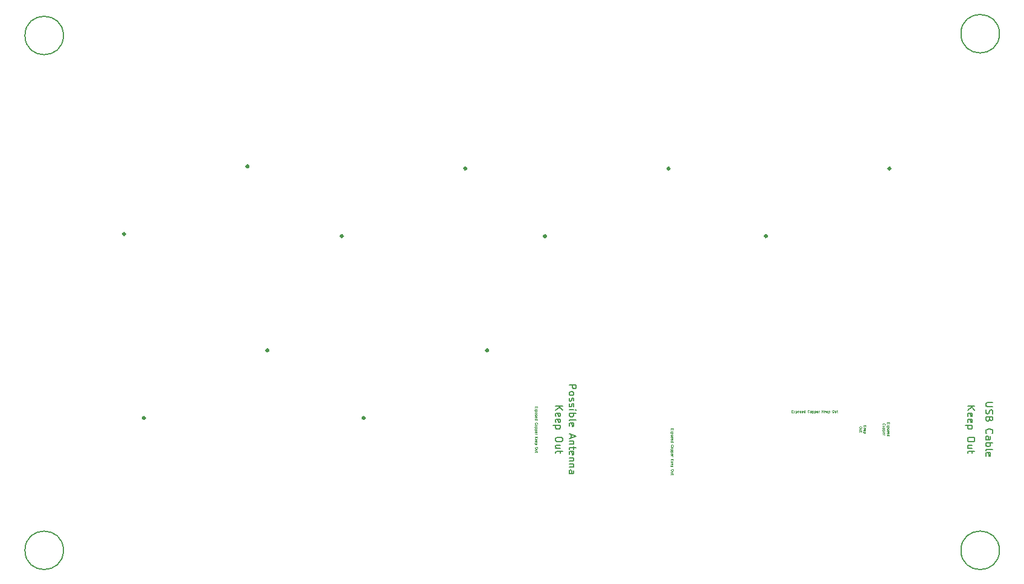
<source format=gbr>
%TF.GenerationSoftware,KiCad,Pcbnew,8.0.1*%
%TF.CreationDate,2025-02-20T00:44:50-08:00*%
%TF.ProjectId,tty2040,74747932-3034-4302-9e6b-696361645f70,a*%
%TF.SameCoordinates,Original*%
%TF.FileFunction,Other,Comment*%
%FSLAX46Y46*%
G04 Gerber Fmt 4.6, Leading zero omitted, Abs format (unit mm)*
G04 Created by KiCad (PCBNEW 8.0.1) date 2025-02-20 00:44:50*
%MOMM*%
%LPD*%
G01*
G04 APERTURE LIST*
%ADD10C,0.050000*%
%ADD11C,0.150000*%
%ADD12C,0.300000*%
G04 APERTURE END LIST*
D10*
X201640494Y-118563586D02*
X201640494Y-118674686D01*
X201465908Y-118722300D02*
X201465908Y-118563586D01*
X201465908Y-118563586D02*
X201799208Y-118563586D01*
X201799208Y-118563586D02*
X201799208Y-118722300D01*
X201465908Y-118833400D02*
X201688108Y-119007986D01*
X201688108Y-118833400D02*
X201465908Y-119007986D01*
X201688108Y-119134957D02*
X201354808Y-119134957D01*
X201672237Y-119134957D02*
X201688108Y-119166700D01*
X201688108Y-119166700D02*
X201688108Y-119230185D01*
X201688108Y-119230185D02*
X201672237Y-119261928D01*
X201672237Y-119261928D02*
X201656365Y-119277800D01*
X201656365Y-119277800D02*
X201624622Y-119293671D01*
X201624622Y-119293671D02*
X201529394Y-119293671D01*
X201529394Y-119293671D02*
X201497651Y-119277800D01*
X201497651Y-119277800D02*
X201481780Y-119261928D01*
X201481780Y-119261928D02*
X201465908Y-119230185D01*
X201465908Y-119230185D02*
X201465908Y-119166700D01*
X201465908Y-119166700D02*
X201481780Y-119134957D01*
X201465908Y-119484128D02*
X201481780Y-119452385D01*
X201481780Y-119452385D02*
X201497651Y-119436514D01*
X201497651Y-119436514D02*
X201529394Y-119420642D01*
X201529394Y-119420642D02*
X201624622Y-119420642D01*
X201624622Y-119420642D02*
X201656365Y-119436514D01*
X201656365Y-119436514D02*
X201672237Y-119452385D01*
X201672237Y-119452385D02*
X201688108Y-119484128D01*
X201688108Y-119484128D02*
X201688108Y-119531742D01*
X201688108Y-119531742D02*
X201672237Y-119563485D01*
X201672237Y-119563485D02*
X201656365Y-119579357D01*
X201656365Y-119579357D02*
X201624622Y-119595228D01*
X201624622Y-119595228D02*
X201529394Y-119595228D01*
X201529394Y-119595228D02*
X201497651Y-119579357D01*
X201497651Y-119579357D02*
X201481780Y-119563485D01*
X201481780Y-119563485D02*
X201465908Y-119531742D01*
X201465908Y-119531742D02*
X201465908Y-119484128D01*
X201481780Y-119722199D02*
X201465908Y-119753942D01*
X201465908Y-119753942D02*
X201465908Y-119817428D01*
X201465908Y-119817428D02*
X201481780Y-119849171D01*
X201481780Y-119849171D02*
X201513522Y-119865042D01*
X201513522Y-119865042D02*
X201529394Y-119865042D01*
X201529394Y-119865042D02*
X201561137Y-119849171D01*
X201561137Y-119849171D02*
X201577008Y-119817428D01*
X201577008Y-119817428D02*
X201577008Y-119769814D01*
X201577008Y-119769814D02*
X201592880Y-119738071D01*
X201592880Y-119738071D02*
X201624622Y-119722199D01*
X201624622Y-119722199D02*
X201640494Y-119722199D01*
X201640494Y-119722199D02*
X201672237Y-119738071D01*
X201672237Y-119738071D02*
X201688108Y-119769814D01*
X201688108Y-119769814D02*
X201688108Y-119817428D01*
X201688108Y-119817428D02*
X201672237Y-119849171D01*
X201481780Y-120134856D02*
X201465908Y-120103113D01*
X201465908Y-120103113D02*
X201465908Y-120039628D01*
X201465908Y-120039628D02*
X201481780Y-120007885D01*
X201481780Y-120007885D02*
X201513522Y-119992013D01*
X201513522Y-119992013D02*
X201640494Y-119992013D01*
X201640494Y-119992013D02*
X201672237Y-120007885D01*
X201672237Y-120007885D02*
X201688108Y-120039628D01*
X201688108Y-120039628D02*
X201688108Y-120103113D01*
X201688108Y-120103113D02*
X201672237Y-120134856D01*
X201672237Y-120134856D02*
X201640494Y-120150728D01*
X201640494Y-120150728D02*
X201608751Y-120150728D01*
X201608751Y-120150728D02*
X201577008Y-119992013D01*
X201465908Y-120436414D02*
X201799208Y-120436414D01*
X201481780Y-120436414D02*
X201465908Y-120404671D01*
X201465908Y-120404671D02*
X201465908Y-120341185D01*
X201465908Y-120341185D02*
X201481780Y-120309442D01*
X201481780Y-120309442D02*
X201497651Y-120293571D01*
X201497651Y-120293571D02*
X201529394Y-120277699D01*
X201529394Y-120277699D02*
X201624622Y-120277699D01*
X201624622Y-120277699D02*
X201656365Y-120293571D01*
X201656365Y-120293571D02*
X201672237Y-120309442D01*
X201672237Y-120309442D02*
X201688108Y-120341185D01*
X201688108Y-120341185D02*
X201688108Y-120404671D01*
X201688108Y-120404671D02*
X201672237Y-120436414D01*
D11*
X156860180Y-113261904D02*
X157860180Y-113261904D01*
X157860180Y-113261904D02*
X157860180Y-113642856D01*
X157860180Y-113642856D02*
X157812561Y-113738094D01*
X157812561Y-113738094D02*
X157764942Y-113785713D01*
X157764942Y-113785713D02*
X157669704Y-113833332D01*
X157669704Y-113833332D02*
X157526847Y-113833332D01*
X157526847Y-113833332D02*
X157431609Y-113785713D01*
X157431609Y-113785713D02*
X157383990Y-113738094D01*
X157383990Y-113738094D02*
X157336371Y-113642856D01*
X157336371Y-113642856D02*
X157336371Y-113261904D01*
X156860180Y-114404761D02*
X156907800Y-114309523D01*
X156907800Y-114309523D02*
X156955419Y-114261904D01*
X156955419Y-114261904D02*
X157050657Y-114214285D01*
X157050657Y-114214285D02*
X157336371Y-114214285D01*
X157336371Y-114214285D02*
X157431609Y-114261904D01*
X157431609Y-114261904D02*
X157479228Y-114309523D01*
X157479228Y-114309523D02*
X157526847Y-114404761D01*
X157526847Y-114404761D02*
X157526847Y-114547618D01*
X157526847Y-114547618D02*
X157479228Y-114642856D01*
X157479228Y-114642856D02*
X157431609Y-114690475D01*
X157431609Y-114690475D02*
X157336371Y-114738094D01*
X157336371Y-114738094D02*
X157050657Y-114738094D01*
X157050657Y-114738094D02*
X156955419Y-114690475D01*
X156955419Y-114690475D02*
X156907800Y-114642856D01*
X156907800Y-114642856D02*
X156860180Y-114547618D01*
X156860180Y-114547618D02*
X156860180Y-114404761D01*
X156907800Y-115119047D02*
X156860180Y-115214285D01*
X156860180Y-115214285D02*
X156860180Y-115404761D01*
X156860180Y-115404761D02*
X156907800Y-115499999D01*
X156907800Y-115499999D02*
X157003038Y-115547618D01*
X157003038Y-115547618D02*
X157050657Y-115547618D01*
X157050657Y-115547618D02*
X157145895Y-115499999D01*
X157145895Y-115499999D02*
X157193514Y-115404761D01*
X157193514Y-115404761D02*
X157193514Y-115261904D01*
X157193514Y-115261904D02*
X157241133Y-115166666D01*
X157241133Y-115166666D02*
X157336371Y-115119047D01*
X157336371Y-115119047D02*
X157383990Y-115119047D01*
X157383990Y-115119047D02*
X157479228Y-115166666D01*
X157479228Y-115166666D02*
X157526847Y-115261904D01*
X157526847Y-115261904D02*
X157526847Y-115404761D01*
X157526847Y-115404761D02*
X157479228Y-115499999D01*
X156907800Y-115928571D02*
X156860180Y-116023809D01*
X156860180Y-116023809D02*
X156860180Y-116214285D01*
X156860180Y-116214285D02*
X156907800Y-116309523D01*
X156907800Y-116309523D02*
X157003038Y-116357142D01*
X157003038Y-116357142D02*
X157050657Y-116357142D01*
X157050657Y-116357142D02*
X157145895Y-116309523D01*
X157145895Y-116309523D02*
X157193514Y-116214285D01*
X157193514Y-116214285D02*
X157193514Y-116071428D01*
X157193514Y-116071428D02*
X157241133Y-115976190D01*
X157241133Y-115976190D02*
X157336371Y-115928571D01*
X157336371Y-115928571D02*
X157383990Y-115928571D01*
X157383990Y-115928571D02*
X157479228Y-115976190D01*
X157479228Y-115976190D02*
X157526847Y-116071428D01*
X157526847Y-116071428D02*
X157526847Y-116214285D01*
X157526847Y-116214285D02*
X157479228Y-116309523D01*
X156860180Y-116785714D02*
X157526847Y-116785714D01*
X157860180Y-116785714D02*
X157812561Y-116738095D01*
X157812561Y-116738095D02*
X157764942Y-116785714D01*
X157764942Y-116785714D02*
X157812561Y-116833333D01*
X157812561Y-116833333D02*
X157860180Y-116785714D01*
X157860180Y-116785714D02*
X157764942Y-116785714D01*
X156860180Y-117261904D02*
X157860180Y-117261904D01*
X157479228Y-117261904D02*
X157526847Y-117357142D01*
X157526847Y-117357142D02*
X157526847Y-117547618D01*
X157526847Y-117547618D02*
X157479228Y-117642856D01*
X157479228Y-117642856D02*
X157431609Y-117690475D01*
X157431609Y-117690475D02*
X157336371Y-117738094D01*
X157336371Y-117738094D02*
X157050657Y-117738094D01*
X157050657Y-117738094D02*
X156955419Y-117690475D01*
X156955419Y-117690475D02*
X156907800Y-117642856D01*
X156907800Y-117642856D02*
X156860180Y-117547618D01*
X156860180Y-117547618D02*
X156860180Y-117357142D01*
X156860180Y-117357142D02*
X156907800Y-117261904D01*
X156860180Y-118309523D02*
X156907800Y-118214285D01*
X156907800Y-118214285D02*
X157003038Y-118166666D01*
X157003038Y-118166666D02*
X157860180Y-118166666D01*
X156907800Y-119071428D02*
X156860180Y-118976190D01*
X156860180Y-118976190D02*
X156860180Y-118785714D01*
X156860180Y-118785714D02*
X156907800Y-118690476D01*
X156907800Y-118690476D02*
X157003038Y-118642857D01*
X157003038Y-118642857D02*
X157383990Y-118642857D01*
X157383990Y-118642857D02*
X157479228Y-118690476D01*
X157479228Y-118690476D02*
X157526847Y-118785714D01*
X157526847Y-118785714D02*
X157526847Y-118976190D01*
X157526847Y-118976190D02*
X157479228Y-119071428D01*
X157479228Y-119071428D02*
X157383990Y-119119047D01*
X157383990Y-119119047D02*
X157288752Y-119119047D01*
X157288752Y-119119047D02*
X157193514Y-118642857D01*
X157145895Y-120261905D02*
X157145895Y-120738095D01*
X156860180Y-120166667D02*
X157860180Y-120500000D01*
X157860180Y-120500000D02*
X156860180Y-120833333D01*
X157526847Y-121166667D02*
X156860180Y-121166667D01*
X157431609Y-121166667D02*
X157479228Y-121214286D01*
X157479228Y-121214286D02*
X157526847Y-121309524D01*
X157526847Y-121309524D02*
X157526847Y-121452381D01*
X157526847Y-121452381D02*
X157479228Y-121547619D01*
X157479228Y-121547619D02*
X157383990Y-121595238D01*
X157383990Y-121595238D02*
X156860180Y-121595238D01*
X157526847Y-121928572D02*
X157526847Y-122309524D01*
X157860180Y-122071429D02*
X157003038Y-122071429D01*
X157003038Y-122071429D02*
X156907800Y-122119048D01*
X156907800Y-122119048D02*
X156860180Y-122214286D01*
X156860180Y-122214286D02*
X156860180Y-122309524D01*
X156907800Y-123023810D02*
X156860180Y-122928572D01*
X156860180Y-122928572D02*
X156860180Y-122738096D01*
X156860180Y-122738096D02*
X156907800Y-122642858D01*
X156907800Y-122642858D02*
X157003038Y-122595239D01*
X157003038Y-122595239D02*
X157383990Y-122595239D01*
X157383990Y-122595239D02*
X157479228Y-122642858D01*
X157479228Y-122642858D02*
X157526847Y-122738096D01*
X157526847Y-122738096D02*
X157526847Y-122928572D01*
X157526847Y-122928572D02*
X157479228Y-123023810D01*
X157479228Y-123023810D02*
X157383990Y-123071429D01*
X157383990Y-123071429D02*
X157288752Y-123071429D01*
X157288752Y-123071429D02*
X157193514Y-122595239D01*
X157526847Y-123500001D02*
X156860180Y-123500001D01*
X157431609Y-123500001D02*
X157479228Y-123547620D01*
X157479228Y-123547620D02*
X157526847Y-123642858D01*
X157526847Y-123642858D02*
X157526847Y-123785715D01*
X157526847Y-123785715D02*
X157479228Y-123880953D01*
X157479228Y-123880953D02*
X157383990Y-123928572D01*
X157383990Y-123928572D02*
X156860180Y-123928572D01*
X157526847Y-124404763D02*
X156860180Y-124404763D01*
X157431609Y-124404763D02*
X157479228Y-124452382D01*
X157479228Y-124452382D02*
X157526847Y-124547620D01*
X157526847Y-124547620D02*
X157526847Y-124690477D01*
X157526847Y-124690477D02*
X157479228Y-124785715D01*
X157479228Y-124785715D02*
X157383990Y-124833334D01*
X157383990Y-124833334D02*
X156860180Y-124833334D01*
X156860180Y-125738096D02*
X157383990Y-125738096D01*
X157383990Y-125738096D02*
X157479228Y-125690477D01*
X157479228Y-125690477D02*
X157526847Y-125595239D01*
X157526847Y-125595239D02*
X157526847Y-125404763D01*
X157526847Y-125404763D02*
X157479228Y-125309525D01*
X156907800Y-125738096D02*
X156860180Y-125642858D01*
X156860180Y-125642858D02*
X156860180Y-125404763D01*
X156860180Y-125404763D02*
X156907800Y-125309525D01*
X156907800Y-125309525D02*
X157003038Y-125261906D01*
X157003038Y-125261906D02*
X157098276Y-125261906D01*
X157098276Y-125261906D02*
X157193514Y-125309525D01*
X157193514Y-125309525D02*
X157241133Y-125404763D01*
X157241133Y-125404763D02*
X157241133Y-125642858D01*
X157241133Y-125642858D02*
X157288752Y-125738096D01*
D10*
X200862651Y-118904821D02*
X200846780Y-118888949D01*
X200846780Y-118888949D02*
X200830908Y-118841335D01*
X200830908Y-118841335D02*
X200830908Y-118809592D01*
X200830908Y-118809592D02*
X200846780Y-118761978D01*
X200846780Y-118761978D02*
X200878522Y-118730235D01*
X200878522Y-118730235D02*
X200910265Y-118714364D01*
X200910265Y-118714364D02*
X200973751Y-118698492D01*
X200973751Y-118698492D02*
X201021365Y-118698492D01*
X201021365Y-118698492D02*
X201084851Y-118714364D01*
X201084851Y-118714364D02*
X201116594Y-118730235D01*
X201116594Y-118730235D02*
X201148337Y-118761978D01*
X201148337Y-118761978D02*
X201164208Y-118809592D01*
X201164208Y-118809592D02*
X201164208Y-118841335D01*
X201164208Y-118841335D02*
X201148337Y-118888949D01*
X201148337Y-118888949D02*
X201132465Y-118904821D01*
X200830908Y-119095278D02*
X200846780Y-119063535D01*
X200846780Y-119063535D02*
X200862651Y-119047664D01*
X200862651Y-119047664D02*
X200894394Y-119031792D01*
X200894394Y-119031792D02*
X200989622Y-119031792D01*
X200989622Y-119031792D02*
X201021365Y-119047664D01*
X201021365Y-119047664D02*
X201037237Y-119063535D01*
X201037237Y-119063535D02*
X201053108Y-119095278D01*
X201053108Y-119095278D02*
X201053108Y-119142892D01*
X201053108Y-119142892D02*
X201037237Y-119174635D01*
X201037237Y-119174635D02*
X201021365Y-119190507D01*
X201021365Y-119190507D02*
X200989622Y-119206378D01*
X200989622Y-119206378D02*
X200894394Y-119206378D01*
X200894394Y-119206378D02*
X200862651Y-119190507D01*
X200862651Y-119190507D02*
X200846780Y-119174635D01*
X200846780Y-119174635D02*
X200830908Y-119142892D01*
X200830908Y-119142892D02*
X200830908Y-119095278D01*
X201053108Y-119349221D02*
X200719808Y-119349221D01*
X201037237Y-119349221D02*
X201053108Y-119380964D01*
X201053108Y-119380964D02*
X201053108Y-119444449D01*
X201053108Y-119444449D02*
X201037237Y-119476192D01*
X201037237Y-119476192D02*
X201021365Y-119492064D01*
X201021365Y-119492064D02*
X200989622Y-119507935D01*
X200989622Y-119507935D02*
X200894394Y-119507935D01*
X200894394Y-119507935D02*
X200862651Y-119492064D01*
X200862651Y-119492064D02*
X200846780Y-119476192D01*
X200846780Y-119476192D02*
X200830908Y-119444449D01*
X200830908Y-119444449D02*
X200830908Y-119380964D01*
X200830908Y-119380964D02*
X200846780Y-119349221D01*
X201053108Y-119650778D02*
X200719808Y-119650778D01*
X201037237Y-119650778D02*
X201053108Y-119682521D01*
X201053108Y-119682521D02*
X201053108Y-119746006D01*
X201053108Y-119746006D02*
X201037237Y-119777749D01*
X201037237Y-119777749D02*
X201021365Y-119793621D01*
X201021365Y-119793621D02*
X200989622Y-119809492D01*
X200989622Y-119809492D02*
X200894394Y-119809492D01*
X200894394Y-119809492D02*
X200862651Y-119793621D01*
X200862651Y-119793621D02*
X200846780Y-119777749D01*
X200846780Y-119777749D02*
X200830908Y-119746006D01*
X200830908Y-119746006D02*
X200830908Y-119682521D01*
X200830908Y-119682521D02*
X200846780Y-119650778D01*
X200846780Y-120079306D02*
X200830908Y-120047563D01*
X200830908Y-120047563D02*
X200830908Y-119984078D01*
X200830908Y-119984078D02*
X200846780Y-119952335D01*
X200846780Y-119952335D02*
X200878522Y-119936463D01*
X200878522Y-119936463D02*
X201005494Y-119936463D01*
X201005494Y-119936463D02*
X201037237Y-119952335D01*
X201037237Y-119952335D02*
X201053108Y-119984078D01*
X201053108Y-119984078D02*
X201053108Y-120047563D01*
X201053108Y-120047563D02*
X201037237Y-120079306D01*
X201037237Y-120079306D02*
X201005494Y-120095178D01*
X201005494Y-120095178D02*
X200973751Y-120095178D01*
X200973751Y-120095178D02*
X200942008Y-119936463D01*
X200830908Y-120238021D02*
X201053108Y-120238021D01*
X200989622Y-120238021D02*
X201021365Y-120253892D01*
X201021365Y-120253892D02*
X201037237Y-120269764D01*
X201037237Y-120269764D02*
X201053108Y-120301506D01*
X201053108Y-120301506D02*
X201053108Y-120333249D01*
D11*
X154955180Y-116285714D02*
X155955180Y-116285714D01*
X154955180Y-116857142D02*
X155526609Y-116428571D01*
X155955180Y-116857142D02*
X155383752Y-116285714D01*
X155002800Y-117666666D02*
X154955180Y-117571428D01*
X154955180Y-117571428D02*
X154955180Y-117380952D01*
X154955180Y-117380952D02*
X155002800Y-117285714D01*
X155002800Y-117285714D02*
X155098038Y-117238095D01*
X155098038Y-117238095D02*
X155478990Y-117238095D01*
X155478990Y-117238095D02*
X155574228Y-117285714D01*
X155574228Y-117285714D02*
X155621847Y-117380952D01*
X155621847Y-117380952D02*
X155621847Y-117571428D01*
X155621847Y-117571428D02*
X155574228Y-117666666D01*
X155574228Y-117666666D02*
X155478990Y-117714285D01*
X155478990Y-117714285D02*
X155383752Y-117714285D01*
X155383752Y-117714285D02*
X155288514Y-117238095D01*
X155002800Y-118523809D02*
X154955180Y-118428571D01*
X154955180Y-118428571D02*
X154955180Y-118238095D01*
X154955180Y-118238095D02*
X155002800Y-118142857D01*
X155002800Y-118142857D02*
X155098038Y-118095238D01*
X155098038Y-118095238D02*
X155478990Y-118095238D01*
X155478990Y-118095238D02*
X155574228Y-118142857D01*
X155574228Y-118142857D02*
X155621847Y-118238095D01*
X155621847Y-118238095D02*
X155621847Y-118428571D01*
X155621847Y-118428571D02*
X155574228Y-118523809D01*
X155574228Y-118523809D02*
X155478990Y-118571428D01*
X155478990Y-118571428D02*
X155383752Y-118571428D01*
X155383752Y-118571428D02*
X155288514Y-118095238D01*
X155621847Y-119000000D02*
X154621847Y-119000000D01*
X155574228Y-119000000D02*
X155621847Y-119095238D01*
X155621847Y-119095238D02*
X155621847Y-119285714D01*
X155621847Y-119285714D02*
X155574228Y-119380952D01*
X155574228Y-119380952D02*
X155526609Y-119428571D01*
X155526609Y-119428571D02*
X155431371Y-119476190D01*
X155431371Y-119476190D02*
X155145657Y-119476190D01*
X155145657Y-119476190D02*
X155050419Y-119428571D01*
X155050419Y-119428571D02*
X155002800Y-119380952D01*
X155002800Y-119380952D02*
X154955180Y-119285714D01*
X154955180Y-119285714D02*
X154955180Y-119095238D01*
X154955180Y-119095238D02*
X155002800Y-119000000D01*
X155955180Y-120857143D02*
X155955180Y-121047619D01*
X155955180Y-121047619D02*
X155907561Y-121142857D01*
X155907561Y-121142857D02*
X155812323Y-121238095D01*
X155812323Y-121238095D02*
X155621847Y-121285714D01*
X155621847Y-121285714D02*
X155288514Y-121285714D01*
X155288514Y-121285714D02*
X155098038Y-121238095D01*
X155098038Y-121238095D02*
X155002800Y-121142857D01*
X155002800Y-121142857D02*
X154955180Y-121047619D01*
X154955180Y-121047619D02*
X154955180Y-120857143D01*
X154955180Y-120857143D02*
X155002800Y-120761905D01*
X155002800Y-120761905D02*
X155098038Y-120666667D01*
X155098038Y-120666667D02*
X155288514Y-120619048D01*
X155288514Y-120619048D02*
X155621847Y-120619048D01*
X155621847Y-120619048D02*
X155812323Y-120666667D01*
X155812323Y-120666667D02*
X155907561Y-120761905D01*
X155907561Y-120761905D02*
X155955180Y-120857143D01*
X155621847Y-122142857D02*
X154955180Y-122142857D01*
X155621847Y-121714286D02*
X155098038Y-121714286D01*
X155098038Y-121714286D02*
X155002800Y-121761905D01*
X155002800Y-121761905D02*
X154955180Y-121857143D01*
X154955180Y-121857143D02*
X154955180Y-122000000D01*
X154955180Y-122000000D02*
X155002800Y-122095238D01*
X155002800Y-122095238D02*
X155050419Y-122142857D01*
X155621847Y-122476191D02*
X155621847Y-122857143D01*
X155955180Y-122619048D02*
X155098038Y-122619048D01*
X155098038Y-122619048D02*
X155002800Y-122666667D01*
X155002800Y-122666667D02*
X154955180Y-122761905D01*
X154955180Y-122761905D02*
X154955180Y-122857143D01*
X216280180Y-115761904D02*
X215470657Y-115761904D01*
X215470657Y-115761904D02*
X215375419Y-115809523D01*
X215375419Y-115809523D02*
X215327800Y-115857142D01*
X215327800Y-115857142D02*
X215280180Y-115952380D01*
X215280180Y-115952380D02*
X215280180Y-116142856D01*
X215280180Y-116142856D02*
X215327800Y-116238094D01*
X215327800Y-116238094D02*
X215375419Y-116285713D01*
X215375419Y-116285713D02*
X215470657Y-116333332D01*
X215470657Y-116333332D02*
X216280180Y-116333332D01*
X215327800Y-116761904D02*
X215280180Y-116904761D01*
X215280180Y-116904761D02*
X215280180Y-117142856D01*
X215280180Y-117142856D02*
X215327800Y-117238094D01*
X215327800Y-117238094D02*
X215375419Y-117285713D01*
X215375419Y-117285713D02*
X215470657Y-117333332D01*
X215470657Y-117333332D02*
X215565895Y-117333332D01*
X215565895Y-117333332D02*
X215661133Y-117285713D01*
X215661133Y-117285713D02*
X215708752Y-117238094D01*
X215708752Y-117238094D02*
X215756371Y-117142856D01*
X215756371Y-117142856D02*
X215803990Y-116952380D01*
X215803990Y-116952380D02*
X215851609Y-116857142D01*
X215851609Y-116857142D02*
X215899228Y-116809523D01*
X215899228Y-116809523D02*
X215994466Y-116761904D01*
X215994466Y-116761904D02*
X216089704Y-116761904D01*
X216089704Y-116761904D02*
X216184942Y-116809523D01*
X216184942Y-116809523D02*
X216232561Y-116857142D01*
X216232561Y-116857142D02*
X216280180Y-116952380D01*
X216280180Y-116952380D02*
X216280180Y-117190475D01*
X216280180Y-117190475D02*
X216232561Y-117333332D01*
X215803990Y-118095237D02*
X215756371Y-118238094D01*
X215756371Y-118238094D02*
X215708752Y-118285713D01*
X215708752Y-118285713D02*
X215613514Y-118333332D01*
X215613514Y-118333332D02*
X215470657Y-118333332D01*
X215470657Y-118333332D02*
X215375419Y-118285713D01*
X215375419Y-118285713D02*
X215327800Y-118238094D01*
X215327800Y-118238094D02*
X215280180Y-118142856D01*
X215280180Y-118142856D02*
X215280180Y-117761904D01*
X215280180Y-117761904D02*
X216280180Y-117761904D01*
X216280180Y-117761904D02*
X216280180Y-118095237D01*
X216280180Y-118095237D02*
X216232561Y-118190475D01*
X216232561Y-118190475D02*
X216184942Y-118238094D01*
X216184942Y-118238094D02*
X216089704Y-118285713D01*
X216089704Y-118285713D02*
X215994466Y-118285713D01*
X215994466Y-118285713D02*
X215899228Y-118238094D01*
X215899228Y-118238094D02*
X215851609Y-118190475D01*
X215851609Y-118190475D02*
X215803990Y-118095237D01*
X215803990Y-118095237D02*
X215803990Y-117761904D01*
X215375419Y-120095237D02*
X215327800Y-120047618D01*
X215327800Y-120047618D02*
X215280180Y-119904761D01*
X215280180Y-119904761D02*
X215280180Y-119809523D01*
X215280180Y-119809523D02*
X215327800Y-119666666D01*
X215327800Y-119666666D02*
X215423038Y-119571428D01*
X215423038Y-119571428D02*
X215518276Y-119523809D01*
X215518276Y-119523809D02*
X215708752Y-119476190D01*
X215708752Y-119476190D02*
X215851609Y-119476190D01*
X215851609Y-119476190D02*
X216042085Y-119523809D01*
X216042085Y-119523809D02*
X216137323Y-119571428D01*
X216137323Y-119571428D02*
X216232561Y-119666666D01*
X216232561Y-119666666D02*
X216280180Y-119809523D01*
X216280180Y-119809523D02*
X216280180Y-119904761D01*
X216280180Y-119904761D02*
X216232561Y-120047618D01*
X216232561Y-120047618D02*
X216184942Y-120095237D01*
X215280180Y-120952380D02*
X215803990Y-120952380D01*
X215803990Y-120952380D02*
X215899228Y-120904761D01*
X215899228Y-120904761D02*
X215946847Y-120809523D01*
X215946847Y-120809523D02*
X215946847Y-120619047D01*
X215946847Y-120619047D02*
X215899228Y-120523809D01*
X215327800Y-120952380D02*
X215280180Y-120857142D01*
X215280180Y-120857142D02*
X215280180Y-120619047D01*
X215280180Y-120619047D02*
X215327800Y-120523809D01*
X215327800Y-120523809D02*
X215423038Y-120476190D01*
X215423038Y-120476190D02*
X215518276Y-120476190D01*
X215518276Y-120476190D02*
X215613514Y-120523809D01*
X215613514Y-120523809D02*
X215661133Y-120619047D01*
X215661133Y-120619047D02*
X215661133Y-120857142D01*
X215661133Y-120857142D02*
X215708752Y-120952380D01*
X215280180Y-121428571D02*
X216280180Y-121428571D01*
X215899228Y-121428571D02*
X215946847Y-121523809D01*
X215946847Y-121523809D02*
X215946847Y-121714285D01*
X215946847Y-121714285D02*
X215899228Y-121809523D01*
X215899228Y-121809523D02*
X215851609Y-121857142D01*
X215851609Y-121857142D02*
X215756371Y-121904761D01*
X215756371Y-121904761D02*
X215470657Y-121904761D01*
X215470657Y-121904761D02*
X215375419Y-121857142D01*
X215375419Y-121857142D02*
X215327800Y-121809523D01*
X215327800Y-121809523D02*
X215280180Y-121714285D01*
X215280180Y-121714285D02*
X215280180Y-121523809D01*
X215280180Y-121523809D02*
X215327800Y-121428571D01*
X215280180Y-122476190D02*
X215327800Y-122380952D01*
X215327800Y-122380952D02*
X215423038Y-122333333D01*
X215423038Y-122333333D02*
X216280180Y-122333333D01*
X215327800Y-123238095D02*
X215280180Y-123142857D01*
X215280180Y-123142857D02*
X215280180Y-122952381D01*
X215280180Y-122952381D02*
X215327800Y-122857143D01*
X215327800Y-122857143D02*
X215423038Y-122809524D01*
X215423038Y-122809524D02*
X215803990Y-122809524D01*
X215803990Y-122809524D02*
X215899228Y-122857143D01*
X215899228Y-122857143D02*
X215946847Y-122952381D01*
X215946847Y-122952381D02*
X215946847Y-123142857D01*
X215946847Y-123142857D02*
X215899228Y-123238095D01*
X215899228Y-123238095D02*
X215803990Y-123285714D01*
X215803990Y-123285714D02*
X215708752Y-123285714D01*
X215708752Y-123285714D02*
X215613514Y-122809524D01*
D10*
X188043972Y-116977005D02*
X188155072Y-116977005D01*
X188202686Y-117151591D02*
X188043972Y-117151591D01*
X188043972Y-117151591D02*
X188043972Y-116818291D01*
X188043972Y-116818291D02*
X188202686Y-116818291D01*
X188313786Y-117151591D02*
X188488372Y-116929391D01*
X188313786Y-116929391D02*
X188488372Y-117151591D01*
X188615343Y-116929391D02*
X188615343Y-117262691D01*
X188615343Y-116945262D02*
X188647086Y-116929391D01*
X188647086Y-116929391D02*
X188710571Y-116929391D01*
X188710571Y-116929391D02*
X188742314Y-116945262D01*
X188742314Y-116945262D02*
X188758186Y-116961134D01*
X188758186Y-116961134D02*
X188774057Y-116992877D01*
X188774057Y-116992877D02*
X188774057Y-117088105D01*
X188774057Y-117088105D02*
X188758186Y-117119848D01*
X188758186Y-117119848D02*
X188742314Y-117135720D01*
X188742314Y-117135720D02*
X188710571Y-117151591D01*
X188710571Y-117151591D02*
X188647086Y-117151591D01*
X188647086Y-117151591D02*
X188615343Y-117135720D01*
X188964514Y-117151591D02*
X188932771Y-117135720D01*
X188932771Y-117135720D02*
X188916900Y-117119848D01*
X188916900Y-117119848D02*
X188901028Y-117088105D01*
X188901028Y-117088105D02*
X188901028Y-116992877D01*
X188901028Y-116992877D02*
X188916900Y-116961134D01*
X188916900Y-116961134D02*
X188932771Y-116945262D01*
X188932771Y-116945262D02*
X188964514Y-116929391D01*
X188964514Y-116929391D02*
X189012128Y-116929391D01*
X189012128Y-116929391D02*
X189043871Y-116945262D01*
X189043871Y-116945262D02*
X189059743Y-116961134D01*
X189059743Y-116961134D02*
X189075614Y-116992877D01*
X189075614Y-116992877D02*
X189075614Y-117088105D01*
X189075614Y-117088105D02*
X189059743Y-117119848D01*
X189059743Y-117119848D02*
X189043871Y-117135720D01*
X189043871Y-117135720D02*
X189012128Y-117151591D01*
X189012128Y-117151591D02*
X188964514Y-117151591D01*
X189202585Y-117135720D02*
X189234328Y-117151591D01*
X189234328Y-117151591D02*
X189297814Y-117151591D01*
X189297814Y-117151591D02*
X189329557Y-117135720D01*
X189329557Y-117135720D02*
X189345428Y-117103977D01*
X189345428Y-117103977D02*
X189345428Y-117088105D01*
X189345428Y-117088105D02*
X189329557Y-117056362D01*
X189329557Y-117056362D02*
X189297814Y-117040491D01*
X189297814Y-117040491D02*
X189250200Y-117040491D01*
X189250200Y-117040491D02*
X189218457Y-117024620D01*
X189218457Y-117024620D02*
X189202585Y-116992877D01*
X189202585Y-116992877D02*
X189202585Y-116977005D01*
X189202585Y-116977005D02*
X189218457Y-116945262D01*
X189218457Y-116945262D02*
X189250200Y-116929391D01*
X189250200Y-116929391D02*
X189297814Y-116929391D01*
X189297814Y-116929391D02*
X189329557Y-116945262D01*
X189615242Y-117135720D02*
X189583499Y-117151591D01*
X189583499Y-117151591D02*
X189520014Y-117151591D01*
X189520014Y-117151591D02*
X189488271Y-117135720D01*
X189488271Y-117135720D02*
X189472399Y-117103977D01*
X189472399Y-117103977D02*
X189472399Y-116977005D01*
X189472399Y-116977005D02*
X189488271Y-116945262D01*
X189488271Y-116945262D02*
X189520014Y-116929391D01*
X189520014Y-116929391D02*
X189583499Y-116929391D01*
X189583499Y-116929391D02*
X189615242Y-116945262D01*
X189615242Y-116945262D02*
X189631114Y-116977005D01*
X189631114Y-116977005D02*
X189631114Y-117008748D01*
X189631114Y-117008748D02*
X189472399Y-117040491D01*
X189916800Y-117151591D02*
X189916800Y-116818291D01*
X189916800Y-117135720D02*
X189885057Y-117151591D01*
X189885057Y-117151591D02*
X189821571Y-117151591D01*
X189821571Y-117151591D02*
X189789828Y-117135720D01*
X189789828Y-117135720D02*
X189773957Y-117119848D01*
X189773957Y-117119848D02*
X189758085Y-117088105D01*
X189758085Y-117088105D02*
X189758085Y-116992877D01*
X189758085Y-116992877D02*
X189773957Y-116961134D01*
X189773957Y-116961134D02*
X189789828Y-116945262D01*
X189789828Y-116945262D02*
X189821571Y-116929391D01*
X189821571Y-116929391D02*
X189885057Y-116929391D01*
X189885057Y-116929391D02*
X189916800Y-116945262D01*
X190519914Y-117119848D02*
X190504042Y-117135720D01*
X190504042Y-117135720D02*
X190456428Y-117151591D01*
X190456428Y-117151591D02*
X190424685Y-117151591D01*
X190424685Y-117151591D02*
X190377071Y-117135720D01*
X190377071Y-117135720D02*
X190345328Y-117103977D01*
X190345328Y-117103977D02*
X190329457Y-117072234D01*
X190329457Y-117072234D02*
X190313585Y-117008748D01*
X190313585Y-117008748D02*
X190313585Y-116961134D01*
X190313585Y-116961134D02*
X190329457Y-116897648D01*
X190329457Y-116897648D02*
X190345328Y-116865905D01*
X190345328Y-116865905D02*
X190377071Y-116834162D01*
X190377071Y-116834162D02*
X190424685Y-116818291D01*
X190424685Y-116818291D02*
X190456428Y-116818291D01*
X190456428Y-116818291D02*
X190504042Y-116834162D01*
X190504042Y-116834162D02*
X190519914Y-116850034D01*
X190710371Y-117151591D02*
X190678628Y-117135720D01*
X190678628Y-117135720D02*
X190662757Y-117119848D01*
X190662757Y-117119848D02*
X190646885Y-117088105D01*
X190646885Y-117088105D02*
X190646885Y-116992877D01*
X190646885Y-116992877D02*
X190662757Y-116961134D01*
X190662757Y-116961134D02*
X190678628Y-116945262D01*
X190678628Y-116945262D02*
X190710371Y-116929391D01*
X190710371Y-116929391D02*
X190757985Y-116929391D01*
X190757985Y-116929391D02*
X190789728Y-116945262D01*
X190789728Y-116945262D02*
X190805600Y-116961134D01*
X190805600Y-116961134D02*
X190821471Y-116992877D01*
X190821471Y-116992877D02*
X190821471Y-117088105D01*
X190821471Y-117088105D02*
X190805600Y-117119848D01*
X190805600Y-117119848D02*
X190789728Y-117135720D01*
X190789728Y-117135720D02*
X190757985Y-117151591D01*
X190757985Y-117151591D02*
X190710371Y-117151591D01*
X190964314Y-116929391D02*
X190964314Y-117262691D01*
X190964314Y-116945262D02*
X190996057Y-116929391D01*
X190996057Y-116929391D02*
X191059542Y-116929391D01*
X191059542Y-116929391D02*
X191091285Y-116945262D01*
X191091285Y-116945262D02*
X191107157Y-116961134D01*
X191107157Y-116961134D02*
X191123028Y-116992877D01*
X191123028Y-116992877D02*
X191123028Y-117088105D01*
X191123028Y-117088105D02*
X191107157Y-117119848D01*
X191107157Y-117119848D02*
X191091285Y-117135720D01*
X191091285Y-117135720D02*
X191059542Y-117151591D01*
X191059542Y-117151591D02*
X190996057Y-117151591D01*
X190996057Y-117151591D02*
X190964314Y-117135720D01*
X191265871Y-116929391D02*
X191265871Y-117262691D01*
X191265871Y-116945262D02*
X191297614Y-116929391D01*
X191297614Y-116929391D02*
X191361099Y-116929391D01*
X191361099Y-116929391D02*
X191392842Y-116945262D01*
X191392842Y-116945262D02*
X191408714Y-116961134D01*
X191408714Y-116961134D02*
X191424585Y-116992877D01*
X191424585Y-116992877D02*
X191424585Y-117088105D01*
X191424585Y-117088105D02*
X191408714Y-117119848D01*
X191408714Y-117119848D02*
X191392842Y-117135720D01*
X191392842Y-117135720D02*
X191361099Y-117151591D01*
X191361099Y-117151591D02*
X191297614Y-117151591D01*
X191297614Y-117151591D02*
X191265871Y-117135720D01*
X191694399Y-117135720D02*
X191662656Y-117151591D01*
X191662656Y-117151591D02*
X191599171Y-117151591D01*
X191599171Y-117151591D02*
X191567428Y-117135720D01*
X191567428Y-117135720D02*
X191551556Y-117103977D01*
X191551556Y-117103977D02*
X191551556Y-116977005D01*
X191551556Y-116977005D02*
X191567428Y-116945262D01*
X191567428Y-116945262D02*
X191599171Y-116929391D01*
X191599171Y-116929391D02*
X191662656Y-116929391D01*
X191662656Y-116929391D02*
X191694399Y-116945262D01*
X191694399Y-116945262D02*
X191710271Y-116977005D01*
X191710271Y-116977005D02*
X191710271Y-117008748D01*
X191710271Y-117008748D02*
X191551556Y-117040491D01*
X191853114Y-117151591D02*
X191853114Y-116929391D01*
X191853114Y-116992877D02*
X191868985Y-116961134D01*
X191868985Y-116961134D02*
X191884857Y-116945262D01*
X191884857Y-116945262D02*
X191916599Y-116929391D01*
X191916599Y-116929391D02*
X191948342Y-116929391D01*
X192313386Y-117151591D02*
X192313386Y-116818291D01*
X192503843Y-117151591D02*
X192361000Y-116961134D01*
X192503843Y-116818291D02*
X192313386Y-117008748D01*
X192773657Y-117135720D02*
X192741914Y-117151591D01*
X192741914Y-117151591D02*
X192678429Y-117151591D01*
X192678429Y-117151591D02*
X192646686Y-117135720D01*
X192646686Y-117135720D02*
X192630814Y-117103977D01*
X192630814Y-117103977D02*
X192630814Y-116977005D01*
X192630814Y-116977005D02*
X192646686Y-116945262D01*
X192646686Y-116945262D02*
X192678429Y-116929391D01*
X192678429Y-116929391D02*
X192741914Y-116929391D01*
X192741914Y-116929391D02*
X192773657Y-116945262D01*
X192773657Y-116945262D02*
X192789529Y-116977005D01*
X192789529Y-116977005D02*
X192789529Y-117008748D01*
X192789529Y-117008748D02*
X192630814Y-117040491D01*
X193059343Y-117135720D02*
X193027600Y-117151591D01*
X193027600Y-117151591D02*
X192964115Y-117151591D01*
X192964115Y-117151591D02*
X192932372Y-117135720D01*
X192932372Y-117135720D02*
X192916500Y-117103977D01*
X192916500Y-117103977D02*
X192916500Y-116977005D01*
X192916500Y-116977005D02*
X192932372Y-116945262D01*
X192932372Y-116945262D02*
X192964115Y-116929391D01*
X192964115Y-116929391D02*
X193027600Y-116929391D01*
X193027600Y-116929391D02*
X193059343Y-116945262D01*
X193059343Y-116945262D02*
X193075215Y-116977005D01*
X193075215Y-116977005D02*
X193075215Y-117008748D01*
X193075215Y-117008748D02*
X192916500Y-117040491D01*
X193218058Y-116929391D02*
X193218058Y-117262691D01*
X193218058Y-116945262D02*
X193249801Y-116929391D01*
X193249801Y-116929391D02*
X193313286Y-116929391D01*
X193313286Y-116929391D02*
X193345029Y-116945262D01*
X193345029Y-116945262D02*
X193360901Y-116961134D01*
X193360901Y-116961134D02*
X193376772Y-116992877D01*
X193376772Y-116992877D02*
X193376772Y-117088105D01*
X193376772Y-117088105D02*
X193360901Y-117119848D01*
X193360901Y-117119848D02*
X193345029Y-117135720D01*
X193345029Y-117135720D02*
X193313286Y-117151591D01*
X193313286Y-117151591D02*
X193249801Y-117151591D01*
X193249801Y-117151591D02*
X193218058Y-117135720D01*
X193837043Y-116818291D02*
X193900529Y-116818291D01*
X193900529Y-116818291D02*
X193932272Y-116834162D01*
X193932272Y-116834162D02*
X193964015Y-116865905D01*
X193964015Y-116865905D02*
X193979886Y-116929391D01*
X193979886Y-116929391D02*
X193979886Y-117040491D01*
X193979886Y-117040491D02*
X193964015Y-117103977D01*
X193964015Y-117103977D02*
X193932272Y-117135720D01*
X193932272Y-117135720D02*
X193900529Y-117151591D01*
X193900529Y-117151591D02*
X193837043Y-117151591D01*
X193837043Y-117151591D02*
X193805301Y-117135720D01*
X193805301Y-117135720D02*
X193773558Y-117103977D01*
X193773558Y-117103977D02*
X193757686Y-117040491D01*
X193757686Y-117040491D02*
X193757686Y-116929391D01*
X193757686Y-116929391D02*
X193773558Y-116865905D01*
X193773558Y-116865905D02*
X193805301Y-116834162D01*
X193805301Y-116834162D02*
X193837043Y-116818291D01*
X194265572Y-116929391D02*
X194265572Y-117151591D01*
X194122729Y-116929391D02*
X194122729Y-117103977D01*
X194122729Y-117103977D02*
X194138600Y-117135720D01*
X194138600Y-117135720D02*
X194170343Y-117151591D01*
X194170343Y-117151591D02*
X194217957Y-117151591D01*
X194217957Y-117151591D02*
X194249700Y-117135720D01*
X194249700Y-117135720D02*
X194265572Y-117119848D01*
X194376671Y-116929391D02*
X194503643Y-116929391D01*
X194424286Y-116818291D02*
X194424286Y-117103977D01*
X194424286Y-117103977D02*
X194440157Y-117135720D01*
X194440157Y-117135720D02*
X194471900Y-117151591D01*
X194471900Y-117151591D02*
X194503643Y-117151591D01*
X171322994Y-119418072D02*
X171322994Y-119529172D01*
X171148408Y-119576786D02*
X171148408Y-119418072D01*
X171148408Y-119418072D02*
X171481708Y-119418072D01*
X171481708Y-119418072D02*
X171481708Y-119576786D01*
X171148408Y-119687886D02*
X171370608Y-119862472D01*
X171370608Y-119687886D02*
X171148408Y-119862472D01*
X171370608Y-119989443D02*
X171037308Y-119989443D01*
X171354737Y-119989443D02*
X171370608Y-120021186D01*
X171370608Y-120021186D02*
X171370608Y-120084671D01*
X171370608Y-120084671D02*
X171354737Y-120116414D01*
X171354737Y-120116414D02*
X171338865Y-120132286D01*
X171338865Y-120132286D02*
X171307122Y-120148157D01*
X171307122Y-120148157D02*
X171211894Y-120148157D01*
X171211894Y-120148157D02*
X171180151Y-120132286D01*
X171180151Y-120132286D02*
X171164280Y-120116414D01*
X171164280Y-120116414D02*
X171148408Y-120084671D01*
X171148408Y-120084671D02*
X171148408Y-120021186D01*
X171148408Y-120021186D02*
X171164280Y-119989443D01*
X171148408Y-120338614D02*
X171164280Y-120306871D01*
X171164280Y-120306871D02*
X171180151Y-120291000D01*
X171180151Y-120291000D02*
X171211894Y-120275128D01*
X171211894Y-120275128D02*
X171307122Y-120275128D01*
X171307122Y-120275128D02*
X171338865Y-120291000D01*
X171338865Y-120291000D02*
X171354737Y-120306871D01*
X171354737Y-120306871D02*
X171370608Y-120338614D01*
X171370608Y-120338614D02*
X171370608Y-120386228D01*
X171370608Y-120386228D02*
X171354737Y-120417971D01*
X171354737Y-120417971D02*
X171338865Y-120433843D01*
X171338865Y-120433843D02*
X171307122Y-120449714D01*
X171307122Y-120449714D02*
X171211894Y-120449714D01*
X171211894Y-120449714D02*
X171180151Y-120433843D01*
X171180151Y-120433843D02*
X171164280Y-120417971D01*
X171164280Y-120417971D02*
X171148408Y-120386228D01*
X171148408Y-120386228D02*
X171148408Y-120338614D01*
X171164280Y-120576685D02*
X171148408Y-120608428D01*
X171148408Y-120608428D02*
X171148408Y-120671914D01*
X171148408Y-120671914D02*
X171164280Y-120703657D01*
X171164280Y-120703657D02*
X171196022Y-120719528D01*
X171196022Y-120719528D02*
X171211894Y-120719528D01*
X171211894Y-120719528D02*
X171243637Y-120703657D01*
X171243637Y-120703657D02*
X171259508Y-120671914D01*
X171259508Y-120671914D02*
X171259508Y-120624300D01*
X171259508Y-120624300D02*
X171275380Y-120592557D01*
X171275380Y-120592557D02*
X171307122Y-120576685D01*
X171307122Y-120576685D02*
X171322994Y-120576685D01*
X171322994Y-120576685D02*
X171354737Y-120592557D01*
X171354737Y-120592557D02*
X171370608Y-120624300D01*
X171370608Y-120624300D02*
X171370608Y-120671914D01*
X171370608Y-120671914D02*
X171354737Y-120703657D01*
X171164280Y-120989342D02*
X171148408Y-120957599D01*
X171148408Y-120957599D02*
X171148408Y-120894114D01*
X171148408Y-120894114D02*
X171164280Y-120862371D01*
X171164280Y-120862371D02*
X171196022Y-120846499D01*
X171196022Y-120846499D02*
X171322994Y-120846499D01*
X171322994Y-120846499D02*
X171354737Y-120862371D01*
X171354737Y-120862371D02*
X171370608Y-120894114D01*
X171370608Y-120894114D02*
X171370608Y-120957599D01*
X171370608Y-120957599D02*
X171354737Y-120989342D01*
X171354737Y-120989342D02*
X171322994Y-121005214D01*
X171322994Y-121005214D02*
X171291251Y-121005214D01*
X171291251Y-121005214D02*
X171259508Y-120846499D01*
X171148408Y-121290900D02*
X171481708Y-121290900D01*
X171164280Y-121290900D02*
X171148408Y-121259157D01*
X171148408Y-121259157D02*
X171148408Y-121195671D01*
X171148408Y-121195671D02*
X171164280Y-121163928D01*
X171164280Y-121163928D02*
X171180151Y-121148057D01*
X171180151Y-121148057D02*
X171211894Y-121132185D01*
X171211894Y-121132185D02*
X171307122Y-121132185D01*
X171307122Y-121132185D02*
X171338865Y-121148057D01*
X171338865Y-121148057D02*
X171354737Y-121163928D01*
X171354737Y-121163928D02*
X171370608Y-121195671D01*
X171370608Y-121195671D02*
X171370608Y-121259157D01*
X171370608Y-121259157D02*
X171354737Y-121290900D01*
X171180151Y-121894014D02*
X171164280Y-121878142D01*
X171164280Y-121878142D02*
X171148408Y-121830528D01*
X171148408Y-121830528D02*
X171148408Y-121798785D01*
X171148408Y-121798785D02*
X171164280Y-121751171D01*
X171164280Y-121751171D02*
X171196022Y-121719428D01*
X171196022Y-121719428D02*
X171227765Y-121703557D01*
X171227765Y-121703557D02*
X171291251Y-121687685D01*
X171291251Y-121687685D02*
X171338865Y-121687685D01*
X171338865Y-121687685D02*
X171402351Y-121703557D01*
X171402351Y-121703557D02*
X171434094Y-121719428D01*
X171434094Y-121719428D02*
X171465837Y-121751171D01*
X171465837Y-121751171D02*
X171481708Y-121798785D01*
X171481708Y-121798785D02*
X171481708Y-121830528D01*
X171481708Y-121830528D02*
X171465837Y-121878142D01*
X171465837Y-121878142D02*
X171449965Y-121894014D01*
X171148408Y-122084471D02*
X171164280Y-122052728D01*
X171164280Y-122052728D02*
X171180151Y-122036857D01*
X171180151Y-122036857D02*
X171211894Y-122020985D01*
X171211894Y-122020985D02*
X171307122Y-122020985D01*
X171307122Y-122020985D02*
X171338865Y-122036857D01*
X171338865Y-122036857D02*
X171354737Y-122052728D01*
X171354737Y-122052728D02*
X171370608Y-122084471D01*
X171370608Y-122084471D02*
X171370608Y-122132085D01*
X171370608Y-122132085D02*
X171354737Y-122163828D01*
X171354737Y-122163828D02*
X171338865Y-122179700D01*
X171338865Y-122179700D02*
X171307122Y-122195571D01*
X171307122Y-122195571D02*
X171211894Y-122195571D01*
X171211894Y-122195571D02*
X171180151Y-122179700D01*
X171180151Y-122179700D02*
X171164280Y-122163828D01*
X171164280Y-122163828D02*
X171148408Y-122132085D01*
X171148408Y-122132085D02*
X171148408Y-122084471D01*
X171370608Y-122338414D02*
X171037308Y-122338414D01*
X171354737Y-122338414D02*
X171370608Y-122370157D01*
X171370608Y-122370157D02*
X171370608Y-122433642D01*
X171370608Y-122433642D02*
X171354737Y-122465385D01*
X171354737Y-122465385D02*
X171338865Y-122481257D01*
X171338865Y-122481257D02*
X171307122Y-122497128D01*
X171307122Y-122497128D02*
X171211894Y-122497128D01*
X171211894Y-122497128D02*
X171180151Y-122481257D01*
X171180151Y-122481257D02*
X171164280Y-122465385D01*
X171164280Y-122465385D02*
X171148408Y-122433642D01*
X171148408Y-122433642D02*
X171148408Y-122370157D01*
X171148408Y-122370157D02*
X171164280Y-122338414D01*
X171370608Y-122639971D02*
X171037308Y-122639971D01*
X171354737Y-122639971D02*
X171370608Y-122671714D01*
X171370608Y-122671714D02*
X171370608Y-122735199D01*
X171370608Y-122735199D02*
X171354737Y-122766942D01*
X171354737Y-122766942D02*
X171338865Y-122782814D01*
X171338865Y-122782814D02*
X171307122Y-122798685D01*
X171307122Y-122798685D02*
X171211894Y-122798685D01*
X171211894Y-122798685D02*
X171180151Y-122782814D01*
X171180151Y-122782814D02*
X171164280Y-122766942D01*
X171164280Y-122766942D02*
X171148408Y-122735199D01*
X171148408Y-122735199D02*
X171148408Y-122671714D01*
X171148408Y-122671714D02*
X171164280Y-122639971D01*
X171164280Y-123068499D02*
X171148408Y-123036756D01*
X171148408Y-123036756D02*
X171148408Y-122973271D01*
X171148408Y-122973271D02*
X171164280Y-122941528D01*
X171164280Y-122941528D02*
X171196022Y-122925656D01*
X171196022Y-122925656D02*
X171322994Y-122925656D01*
X171322994Y-122925656D02*
X171354737Y-122941528D01*
X171354737Y-122941528D02*
X171370608Y-122973271D01*
X171370608Y-122973271D02*
X171370608Y-123036756D01*
X171370608Y-123036756D02*
X171354737Y-123068499D01*
X171354737Y-123068499D02*
X171322994Y-123084371D01*
X171322994Y-123084371D02*
X171291251Y-123084371D01*
X171291251Y-123084371D02*
X171259508Y-122925656D01*
X171148408Y-123227214D02*
X171370608Y-123227214D01*
X171307122Y-123227214D02*
X171338865Y-123243085D01*
X171338865Y-123243085D02*
X171354737Y-123258957D01*
X171354737Y-123258957D02*
X171370608Y-123290699D01*
X171370608Y-123290699D02*
X171370608Y-123322442D01*
X171148408Y-123687486D02*
X171481708Y-123687486D01*
X171148408Y-123877943D02*
X171338865Y-123735100D01*
X171481708Y-123877943D02*
X171291251Y-123687486D01*
X171164280Y-124147757D02*
X171148408Y-124116014D01*
X171148408Y-124116014D02*
X171148408Y-124052529D01*
X171148408Y-124052529D02*
X171164280Y-124020786D01*
X171164280Y-124020786D02*
X171196022Y-124004914D01*
X171196022Y-124004914D02*
X171322994Y-124004914D01*
X171322994Y-124004914D02*
X171354737Y-124020786D01*
X171354737Y-124020786D02*
X171370608Y-124052529D01*
X171370608Y-124052529D02*
X171370608Y-124116014D01*
X171370608Y-124116014D02*
X171354737Y-124147757D01*
X171354737Y-124147757D02*
X171322994Y-124163629D01*
X171322994Y-124163629D02*
X171291251Y-124163629D01*
X171291251Y-124163629D02*
X171259508Y-124004914D01*
X171164280Y-124433443D02*
X171148408Y-124401700D01*
X171148408Y-124401700D02*
X171148408Y-124338215D01*
X171148408Y-124338215D02*
X171164280Y-124306472D01*
X171164280Y-124306472D02*
X171196022Y-124290600D01*
X171196022Y-124290600D02*
X171322994Y-124290600D01*
X171322994Y-124290600D02*
X171354737Y-124306472D01*
X171354737Y-124306472D02*
X171370608Y-124338215D01*
X171370608Y-124338215D02*
X171370608Y-124401700D01*
X171370608Y-124401700D02*
X171354737Y-124433443D01*
X171354737Y-124433443D02*
X171322994Y-124449315D01*
X171322994Y-124449315D02*
X171291251Y-124449315D01*
X171291251Y-124449315D02*
X171259508Y-124290600D01*
X171370608Y-124592158D02*
X171037308Y-124592158D01*
X171354737Y-124592158D02*
X171370608Y-124623901D01*
X171370608Y-124623901D02*
X171370608Y-124687386D01*
X171370608Y-124687386D02*
X171354737Y-124719129D01*
X171354737Y-124719129D02*
X171338865Y-124735001D01*
X171338865Y-124735001D02*
X171307122Y-124750872D01*
X171307122Y-124750872D02*
X171211894Y-124750872D01*
X171211894Y-124750872D02*
X171180151Y-124735001D01*
X171180151Y-124735001D02*
X171164280Y-124719129D01*
X171164280Y-124719129D02*
X171148408Y-124687386D01*
X171148408Y-124687386D02*
X171148408Y-124623901D01*
X171148408Y-124623901D02*
X171164280Y-124592158D01*
X171481708Y-125211143D02*
X171481708Y-125274629D01*
X171481708Y-125274629D02*
X171465837Y-125306372D01*
X171465837Y-125306372D02*
X171434094Y-125338115D01*
X171434094Y-125338115D02*
X171370608Y-125353986D01*
X171370608Y-125353986D02*
X171259508Y-125353986D01*
X171259508Y-125353986D02*
X171196022Y-125338115D01*
X171196022Y-125338115D02*
X171164280Y-125306372D01*
X171164280Y-125306372D02*
X171148408Y-125274629D01*
X171148408Y-125274629D02*
X171148408Y-125211143D01*
X171148408Y-125211143D02*
X171164280Y-125179401D01*
X171164280Y-125179401D02*
X171196022Y-125147658D01*
X171196022Y-125147658D02*
X171259508Y-125131786D01*
X171259508Y-125131786D02*
X171370608Y-125131786D01*
X171370608Y-125131786D02*
X171434094Y-125147658D01*
X171434094Y-125147658D02*
X171465837Y-125179401D01*
X171465837Y-125179401D02*
X171481708Y-125211143D01*
X171370608Y-125639672D02*
X171148408Y-125639672D01*
X171370608Y-125496829D02*
X171196022Y-125496829D01*
X171196022Y-125496829D02*
X171164280Y-125512700D01*
X171164280Y-125512700D02*
X171148408Y-125544443D01*
X171148408Y-125544443D02*
X171148408Y-125592057D01*
X171148408Y-125592057D02*
X171164280Y-125623800D01*
X171164280Y-125623800D02*
X171180151Y-125639672D01*
X171370608Y-125750771D02*
X171370608Y-125877743D01*
X171481708Y-125798386D02*
X171196022Y-125798386D01*
X171196022Y-125798386D02*
X171164280Y-125814257D01*
X171164280Y-125814257D02*
X171148408Y-125846000D01*
X171148408Y-125846000D02*
X171148408Y-125877743D01*
X198165908Y-118976243D02*
X198499208Y-118976243D01*
X198165908Y-119166700D02*
X198356365Y-119023857D01*
X198499208Y-119166700D02*
X198308751Y-118976243D01*
X198181780Y-119436514D02*
X198165908Y-119404771D01*
X198165908Y-119404771D02*
X198165908Y-119341286D01*
X198165908Y-119341286D02*
X198181780Y-119309543D01*
X198181780Y-119309543D02*
X198213522Y-119293671D01*
X198213522Y-119293671D02*
X198340494Y-119293671D01*
X198340494Y-119293671D02*
X198372237Y-119309543D01*
X198372237Y-119309543D02*
X198388108Y-119341286D01*
X198388108Y-119341286D02*
X198388108Y-119404771D01*
X198388108Y-119404771D02*
X198372237Y-119436514D01*
X198372237Y-119436514D02*
X198340494Y-119452386D01*
X198340494Y-119452386D02*
X198308751Y-119452386D01*
X198308751Y-119452386D02*
X198277008Y-119293671D01*
X198181780Y-119722200D02*
X198165908Y-119690457D01*
X198165908Y-119690457D02*
X198165908Y-119626972D01*
X198165908Y-119626972D02*
X198181780Y-119595229D01*
X198181780Y-119595229D02*
X198213522Y-119579357D01*
X198213522Y-119579357D02*
X198340494Y-119579357D01*
X198340494Y-119579357D02*
X198372237Y-119595229D01*
X198372237Y-119595229D02*
X198388108Y-119626972D01*
X198388108Y-119626972D02*
X198388108Y-119690457D01*
X198388108Y-119690457D02*
X198372237Y-119722200D01*
X198372237Y-119722200D02*
X198340494Y-119738072D01*
X198340494Y-119738072D02*
X198308751Y-119738072D01*
X198308751Y-119738072D02*
X198277008Y-119579357D01*
X198388108Y-119880915D02*
X198054808Y-119880915D01*
X198372237Y-119880915D02*
X198388108Y-119912658D01*
X198388108Y-119912658D02*
X198388108Y-119976143D01*
X198388108Y-119976143D02*
X198372237Y-120007886D01*
X198372237Y-120007886D02*
X198356365Y-120023758D01*
X198356365Y-120023758D02*
X198324622Y-120039629D01*
X198324622Y-120039629D02*
X198229394Y-120039629D01*
X198229394Y-120039629D02*
X198197651Y-120023758D01*
X198197651Y-120023758D02*
X198181780Y-120007886D01*
X198181780Y-120007886D02*
X198165908Y-119976143D01*
X198165908Y-119976143D02*
X198165908Y-119912658D01*
X198165908Y-119912658D02*
X198181780Y-119880915D01*
X152257994Y-116293972D02*
X152257994Y-116405072D01*
X152083408Y-116452686D02*
X152083408Y-116293972D01*
X152083408Y-116293972D02*
X152416708Y-116293972D01*
X152416708Y-116293972D02*
X152416708Y-116452686D01*
X152083408Y-116563786D02*
X152305608Y-116738372D01*
X152305608Y-116563786D02*
X152083408Y-116738372D01*
X152305608Y-116865343D02*
X151972308Y-116865343D01*
X152289737Y-116865343D02*
X152305608Y-116897086D01*
X152305608Y-116897086D02*
X152305608Y-116960571D01*
X152305608Y-116960571D02*
X152289737Y-116992314D01*
X152289737Y-116992314D02*
X152273865Y-117008186D01*
X152273865Y-117008186D02*
X152242122Y-117024057D01*
X152242122Y-117024057D02*
X152146894Y-117024057D01*
X152146894Y-117024057D02*
X152115151Y-117008186D01*
X152115151Y-117008186D02*
X152099280Y-116992314D01*
X152099280Y-116992314D02*
X152083408Y-116960571D01*
X152083408Y-116960571D02*
X152083408Y-116897086D01*
X152083408Y-116897086D02*
X152099280Y-116865343D01*
X152083408Y-117214514D02*
X152099280Y-117182771D01*
X152099280Y-117182771D02*
X152115151Y-117166900D01*
X152115151Y-117166900D02*
X152146894Y-117151028D01*
X152146894Y-117151028D02*
X152242122Y-117151028D01*
X152242122Y-117151028D02*
X152273865Y-117166900D01*
X152273865Y-117166900D02*
X152289737Y-117182771D01*
X152289737Y-117182771D02*
X152305608Y-117214514D01*
X152305608Y-117214514D02*
X152305608Y-117262128D01*
X152305608Y-117262128D02*
X152289737Y-117293871D01*
X152289737Y-117293871D02*
X152273865Y-117309743D01*
X152273865Y-117309743D02*
X152242122Y-117325614D01*
X152242122Y-117325614D02*
X152146894Y-117325614D01*
X152146894Y-117325614D02*
X152115151Y-117309743D01*
X152115151Y-117309743D02*
X152099280Y-117293871D01*
X152099280Y-117293871D02*
X152083408Y-117262128D01*
X152083408Y-117262128D02*
X152083408Y-117214514D01*
X152099280Y-117452585D02*
X152083408Y-117484328D01*
X152083408Y-117484328D02*
X152083408Y-117547814D01*
X152083408Y-117547814D02*
X152099280Y-117579557D01*
X152099280Y-117579557D02*
X152131022Y-117595428D01*
X152131022Y-117595428D02*
X152146894Y-117595428D01*
X152146894Y-117595428D02*
X152178637Y-117579557D01*
X152178637Y-117579557D02*
X152194508Y-117547814D01*
X152194508Y-117547814D02*
X152194508Y-117500200D01*
X152194508Y-117500200D02*
X152210380Y-117468457D01*
X152210380Y-117468457D02*
X152242122Y-117452585D01*
X152242122Y-117452585D02*
X152257994Y-117452585D01*
X152257994Y-117452585D02*
X152289737Y-117468457D01*
X152289737Y-117468457D02*
X152305608Y-117500200D01*
X152305608Y-117500200D02*
X152305608Y-117547814D01*
X152305608Y-117547814D02*
X152289737Y-117579557D01*
X152099280Y-117865242D02*
X152083408Y-117833499D01*
X152083408Y-117833499D02*
X152083408Y-117770014D01*
X152083408Y-117770014D02*
X152099280Y-117738271D01*
X152099280Y-117738271D02*
X152131022Y-117722399D01*
X152131022Y-117722399D02*
X152257994Y-117722399D01*
X152257994Y-117722399D02*
X152289737Y-117738271D01*
X152289737Y-117738271D02*
X152305608Y-117770014D01*
X152305608Y-117770014D02*
X152305608Y-117833499D01*
X152305608Y-117833499D02*
X152289737Y-117865242D01*
X152289737Y-117865242D02*
X152257994Y-117881114D01*
X152257994Y-117881114D02*
X152226251Y-117881114D01*
X152226251Y-117881114D02*
X152194508Y-117722399D01*
X152083408Y-118166800D02*
X152416708Y-118166800D01*
X152099280Y-118166800D02*
X152083408Y-118135057D01*
X152083408Y-118135057D02*
X152083408Y-118071571D01*
X152083408Y-118071571D02*
X152099280Y-118039828D01*
X152099280Y-118039828D02*
X152115151Y-118023957D01*
X152115151Y-118023957D02*
X152146894Y-118008085D01*
X152146894Y-118008085D02*
X152242122Y-118008085D01*
X152242122Y-118008085D02*
X152273865Y-118023957D01*
X152273865Y-118023957D02*
X152289737Y-118039828D01*
X152289737Y-118039828D02*
X152305608Y-118071571D01*
X152305608Y-118071571D02*
X152305608Y-118135057D01*
X152305608Y-118135057D02*
X152289737Y-118166800D01*
X152115151Y-118769914D02*
X152099280Y-118754042D01*
X152099280Y-118754042D02*
X152083408Y-118706428D01*
X152083408Y-118706428D02*
X152083408Y-118674685D01*
X152083408Y-118674685D02*
X152099280Y-118627071D01*
X152099280Y-118627071D02*
X152131022Y-118595328D01*
X152131022Y-118595328D02*
X152162765Y-118579457D01*
X152162765Y-118579457D02*
X152226251Y-118563585D01*
X152226251Y-118563585D02*
X152273865Y-118563585D01*
X152273865Y-118563585D02*
X152337351Y-118579457D01*
X152337351Y-118579457D02*
X152369094Y-118595328D01*
X152369094Y-118595328D02*
X152400837Y-118627071D01*
X152400837Y-118627071D02*
X152416708Y-118674685D01*
X152416708Y-118674685D02*
X152416708Y-118706428D01*
X152416708Y-118706428D02*
X152400837Y-118754042D01*
X152400837Y-118754042D02*
X152384965Y-118769914D01*
X152083408Y-118960371D02*
X152099280Y-118928628D01*
X152099280Y-118928628D02*
X152115151Y-118912757D01*
X152115151Y-118912757D02*
X152146894Y-118896885D01*
X152146894Y-118896885D02*
X152242122Y-118896885D01*
X152242122Y-118896885D02*
X152273865Y-118912757D01*
X152273865Y-118912757D02*
X152289737Y-118928628D01*
X152289737Y-118928628D02*
X152305608Y-118960371D01*
X152305608Y-118960371D02*
X152305608Y-119007985D01*
X152305608Y-119007985D02*
X152289737Y-119039728D01*
X152289737Y-119039728D02*
X152273865Y-119055600D01*
X152273865Y-119055600D02*
X152242122Y-119071471D01*
X152242122Y-119071471D02*
X152146894Y-119071471D01*
X152146894Y-119071471D02*
X152115151Y-119055600D01*
X152115151Y-119055600D02*
X152099280Y-119039728D01*
X152099280Y-119039728D02*
X152083408Y-119007985D01*
X152083408Y-119007985D02*
X152083408Y-118960371D01*
X152305608Y-119214314D02*
X151972308Y-119214314D01*
X152289737Y-119214314D02*
X152305608Y-119246057D01*
X152305608Y-119246057D02*
X152305608Y-119309542D01*
X152305608Y-119309542D02*
X152289737Y-119341285D01*
X152289737Y-119341285D02*
X152273865Y-119357157D01*
X152273865Y-119357157D02*
X152242122Y-119373028D01*
X152242122Y-119373028D02*
X152146894Y-119373028D01*
X152146894Y-119373028D02*
X152115151Y-119357157D01*
X152115151Y-119357157D02*
X152099280Y-119341285D01*
X152099280Y-119341285D02*
X152083408Y-119309542D01*
X152083408Y-119309542D02*
X152083408Y-119246057D01*
X152083408Y-119246057D02*
X152099280Y-119214314D01*
X152305608Y-119515871D02*
X151972308Y-119515871D01*
X152289737Y-119515871D02*
X152305608Y-119547614D01*
X152305608Y-119547614D02*
X152305608Y-119611099D01*
X152305608Y-119611099D02*
X152289737Y-119642842D01*
X152289737Y-119642842D02*
X152273865Y-119658714D01*
X152273865Y-119658714D02*
X152242122Y-119674585D01*
X152242122Y-119674585D02*
X152146894Y-119674585D01*
X152146894Y-119674585D02*
X152115151Y-119658714D01*
X152115151Y-119658714D02*
X152099280Y-119642842D01*
X152099280Y-119642842D02*
X152083408Y-119611099D01*
X152083408Y-119611099D02*
X152083408Y-119547614D01*
X152083408Y-119547614D02*
X152099280Y-119515871D01*
X152099280Y-119944399D02*
X152083408Y-119912656D01*
X152083408Y-119912656D02*
X152083408Y-119849171D01*
X152083408Y-119849171D02*
X152099280Y-119817428D01*
X152099280Y-119817428D02*
X152131022Y-119801556D01*
X152131022Y-119801556D02*
X152257994Y-119801556D01*
X152257994Y-119801556D02*
X152289737Y-119817428D01*
X152289737Y-119817428D02*
X152305608Y-119849171D01*
X152305608Y-119849171D02*
X152305608Y-119912656D01*
X152305608Y-119912656D02*
X152289737Y-119944399D01*
X152289737Y-119944399D02*
X152257994Y-119960271D01*
X152257994Y-119960271D02*
X152226251Y-119960271D01*
X152226251Y-119960271D02*
X152194508Y-119801556D01*
X152083408Y-120103114D02*
X152305608Y-120103114D01*
X152242122Y-120103114D02*
X152273865Y-120118985D01*
X152273865Y-120118985D02*
X152289737Y-120134857D01*
X152289737Y-120134857D02*
X152305608Y-120166599D01*
X152305608Y-120166599D02*
X152305608Y-120198342D01*
X152083408Y-120563386D02*
X152416708Y-120563386D01*
X152083408Y-120753843D02*
X152273865Y-120611000D01*
X152416708Y-120753843D02*
X152226251Y-120563386D01*
X152099280Y-121023657D02*
X152083408Y-120991914D01*
X152083408Y-120991914D02*
X152083408Y-120928429D01*
X152083408Y-120928429D02*
X152099280Y-120896686D01*
X152099280Y-120896686D02*
X152131022Y-120880814D01*
X152131022Y-120880814D02*
X152257994Y-120880814D01*
X152257994Y-120880814D02*
X152289737Y-120896686D01*
X152289737Y-120896686D02*
X152305608Y-120928429D01*
X152305608Y-120928429D02*
X152305608Y-120991914D01*
X152305608Y-120991914D02*
X152289737Y-121023657D01*
X152289737Y-121023657D02*
X152257994Y-121039529D01*
X152257994Y-121039529D02*
X152226251Y-121039529D01*
X152226251Y-121039529D02*
X152194508Y-120880814D01*
X152099280Y-121309343D02*
X152083408Y-121277600D01*
X152083408Y-121277600D02*
X152083408Y-121214115D01*
X152083408Y-121214115D02*
X152099280Y-121182372D01*
X152099280Y-121182372D02*
X152131022Y-121166500D01*
X152131022Y-121166500D02*
X152257994Y-121166500D01*
X152257994Y-121166500D02*
X152289737Y-121182372D01*
X152289737Y-121182372D02*
X152305608Y-121214115D01*
X152305608Y-121214115D02*
X152305608Y-121277600D01*
X152305608Y-121277600D02*
X152289737Y-121309343D01*
X152289737Y-121309343D02*
X152257994Y-121325215D01*
X152257994Y-121325215D02*
X152226251Y-121325215D01*
X152226251Y-121325215D02*
X152194508Y-121166500D01*
X152305608Y-121468058D02*
X151972308Y-121468058D01*
X152289737Y-121468058D02*
X152305608Y-121499801D01*
X152305608Y-121499801D02*
X152305608Y-121563286D01*
X152305608Y-121563286D02*
X152289737Y-121595029D01*
X152289737Y-121595029D02*
X152273865Y-121610901D01*
X152273865Y-121610901D02*
X152242122Y-121626772D01*
X152242122Y-121626772D02*
X152146894Y-121626772D01*
X152146894Y-121626772D02*
X152115151Y-121610901D01*
X152115151Y-121610901D02*
X152099280Y-121595029D01*
X152099280Y-121595029D02*
X152083408Y-121563286D01*
X152083408Y-121563286D02*
X152083408Y-121499801D01*
X152083408Y-121499801D02*
X152099280Y-121468058D01*
X152416708Y-122087043D02*
X152416708Y-122150529D01*
X152416708Y-122150529D02*
X152400837Y-122182272D01*
X152400837Y-122182272D02*
X152369094Y-122214015D01*
X152369094Y-122214015D02*
X152305608Y-122229886D01*
X152305608Y-122229886D02*
X152194508Y-122229886D01*
X152194508Y-122229886D02*
X152131022Y-122214015D01*
X152131022Y-122214015D02*
X152099280Y-122182272D01*
X152099280Y-122182272D02*
X152083408Y-122150529D01*
X152083408Y-122150529D02*
X152083408Y-122087043D01*
X152083408Y-122087043D02*
X152099280Y-122055301D01*
X152099280Y-122055301D02*
X152131022Y-122023558D01*
X152131022Y-122023558D02*
X152194508Y-122007686D01*
X152194508Y-122007686D02*
X152305608Y-122007686D01*
X152305608Y-122007686D02*
X152369094Y-122023558D01*
X152369094Y-122023558D02*
X152400837Y-122055301D01*
X152400837Y-122055301D02*
X152416708Y-122087043D01*
X152305608Y-122515572D02*
X152083408Y-122515572D01*
X152305608Y-122372729D02*
X152131022Y-122372729D01*
X152131022Y-122372729D02*
X152099280Y-122388600D01*
X152099280Y-122388600D02*
X152083408Y-122420343D01*
X152083408Y-122420343D02*
X152083408Y-122467957D01*
X152083408Y-122467957D02*
X152099280Y-122499700D01*
X152099280Y-122499700D02*
X152115151Y-122515572D01*
X152305608Y-122626671D02*
X152305608Y-122753643D01*
X152416708Y-122674286D02*
X152131022Y-122674286D01*
X152131022Y-122674286D02*
X152099280Y-122690157D01*
X152099280Y-122690157D02*
X152083408Y-122721900D01*
X152083408Y-122721900D02*
X152083408Y-122753643D01*
D11*
X212740180Y-116285714D02*
X213740180Y-116285714D01*
X212740180Y-116857142D02*
X213311609Y-116428571D01*
X213740180Y-116857142D02*
X213168752Y-116285714D01*
X212787800Y-117666666D02*
X212740180Y-117571428D01*
X212740180Y-117571428D02*
X212740180Y-117380952D01*
X212740180Y-117380952D02*
X212787800Y-117285714D01*
X212787800Y-117285714D02*
X212883038Y-117238095D01*
X212883038Y-117238095D02*
X213263990Y-117238095D01*
X213263990Y-117238095D02*
X213359228Y-117285714D01*
X213359228Y-117285714D02*
X213406847Y-117380952D01*
X213406847Y-117380952D02*
X213406847Y-117571428D01*
X213406847Y-117571428D02*
X213359228Y-117666666D01*
X213359228Y-117666666D02*
X213263990Y-117714285D01*
X213263990Y-117714285D02*
X213168752Y-117714285D01*
X213168752Y-117714285D02*
X213073514Y-117238095D01*
X212787800Y-118523809D02*
X212740180Y-118428571D01*
X212740180Y-118428571D02*
X212740180Y-118238095D01*
X212740180Y-118238095D02*
X212787800Y-118142857D01*
X212787800Y-118142857D02*
X212883038Y-118095238D01*
X212883038Y-118095238D02*
X213263990Y-118095238D01*
X213263990Y-118095238D02*
X213359228Y-118142857D01*
X213359228Y-118142857D02*
X213406847Y-118238095D01*
X213406847Y-118238095D02*
X213406847Y-118428571D01*
X213406847Y-118428571D02*
X213359228Y-118523809D01*
X213359228Y-118523809D02*
X213263990Y-118571428D01*
X213263990Y-118571428D02*
X213168752Y-118571428D01*
X213168752Y-118571428D02*
X213073514Y-118095238D01*
X213406847Y-119000000D02*
X212406847Y-119000000D01*
X213359228Y-119000000D02*
X213406847Y-119095238D01*
X213406847Y-119095238D02*
X213406847Y-119285714D01*
X213406847Y-119285714D02*
X213359228Y-119380952D01*
X213359228Y-119380952D02*
X213311609Y-119428571D01*
X213311609Y-119428571D02*
X213216371Y-119476190D01*
X213216371Y-119476190D02*
X212930657Y-119476190D01*
X212930657Y-119476190D02*
X212835419Y-119428571D01*
X212835419Y-119428571D02*
X212787800Y-119380952D01*
X212787800Y-119380952D02*
X212740180Y-119285714D01*
X212740180Y-119285714D02*
X212740180Y-119095238D01*
X212740180Y-119095238D02*
X212787800Y-119000000D01*
X213740180Y-120857143D02*
X213740180Y-121047619D01*
X213740180Y-121047619D02*
X213692561Y-121142857D01*
X213692561Y-121142857D02*
X213597323Y-121238095D01*
X213597323Y-121238095D02*
X213406847Y-121285714D01*
X213406847Y-121285714D02*
X213073514Y-121285714D01*
X213073514Y-121285714D02*
X212883038Y-121238095D01*
X212883038Y-121238095D02*
X212787800Y-121142857D01*
X212787800Y-121142857D02*
X212740180Y-121047619D01*
X212740180Y-121047619D02*
X212740180Y-120857143D01*
X212740180Y-120857143D02*
X212787800Y-120761905D01*
X212787800Y-120761905D02*
X212883038Y-120666667D01*
X212883038Y-120666667D02*
X213073514Y-120619048D01*
X213073514Y-120619048D02*
X213406847Y-120619048D01*
X213406847Y-120619048D02*
X213597323Y-120666667D01*
X213597323Y-120666667D02*
X213692561Y-120761905D01*
X213692561Y-120761905D02*
X213740180Y-120857143D01*
X213406847Y-122142857D02*
X212740180Y-122142857D01*
X213406847Y-121714286D02*
X212883038Y-121714286D01*
X212883038Y-121714286D02*
X212787800Y-121761905D01*
X212787800Y-121761905D02*
X212740180Y-121857143D01*
X212740180Y-121857143D02*
X212740180Y-122000000D01*
X212740180Y-122000000D02*
X212787800Y-122095238D01*
X212787800Y-122095238D02*
X212835419Y-122142857D01*
X213406847Y-122476191D02*
X213406847Y-122857143D01*
X213740180Y-122619048D02*
X212883038Y-122619048D01*
X212883038Y-122619048D02*
X212787800Y-122666667D01*
X212787800Y-122666667D02*
X212740180Y-122761905D01*
X212740180Y-122761905D02*
X212740180Y-122857143D01*
D10*
X197864208Y-119222250D02*
X197864208Y-119285736D01*
X197864208Y-119285736D02*
X197848337Y-119317479D01*
X197848337Y-119317479D02*
X197816594Y-119349222D01*
X197816594Y-119349222D02*
X197753108Y-119365093D01*
X197753108Y-119365093D02*
X197642008Y-119365093D01*
X197642008Y-119365093D02*
X197578522Y-119349222D01*
X197578522Y-119349222D02*
X197546780Y-119317479D01*
X197546780Y-119317479D02*
X197530908Y-119285736D01*
X197530908Y-119285736D02*
X197530908Y-119222250D01*
X197530908Y-119222250D02*
X197546780Y-119190508D01*
X197546780Y-119190508D02*
X197578522Y-119158765D01*
X197578522Y-119158765D02*
X197642008Y-119142893D01*
X197642008Y-119142893D02*
X197753108Y-119142893D01*
X197753108Y-119142893D02*
X197816594Y-119158765D01*
X197816594Y-119158765D02*
X197848337Y-119190508D01*
X197848337Y-119190508D02*
X197864208Y-119222250D01*
X197753108Y-119650779D02*
X197530908Y-119650779D01*
X197753108Y-119507936D02*
X197578522Y-119507936D01*
X197578522Y-119507936D02*
X197546780Y-119523807D01*
X197546780Y-119523807D02*
X197530908Y-119555550D01*
X197530908Y-119555550D02*
X197530908Y-119603164D01*
X197530908Y-119603164D02*
X197546780Y-119634907D01*
X197546780Y-119634907D02*
X197562651Y-119650779D01*
X197753108Y-119761878D02*
X197753108Y-119888850D01*
X197864208Y-119809493D02*
X197578522Y-119809493D01*
X197578522Y-119809493D02*
X197546780Y-119825364D01*
X197546780Y-119825364D02*
X197530908Y-119857107D01*
X197530908Y-119857107D02*
X197530908Y-119888850D01*
D12*
%TO.C,U3*%
X170950000Y-82940000D02*
G75*
G02*
X170650000Y-82940000I-150000J0D01*
G01*
X170650000Y-82940000D02*
G75*
G02*
X170950000Y-82940000I150000J0D01*
G01*
D11*
%TO.C,H2*%
X85950000Y-64250000D02*
G75*
G02*
X80550000Y-64250000I-2700000J0D01*
G01*
X80550000Y-64250000D02*
G75*
G02*
X85950000Y-64250000I2700000J0D01*
G01*
D12*
%TO.C,U9*%
X97370000Y-117930000D02*
G75*
G02*
X97070000Y-117930000I-150000J0D01*
G01*
X97070000Y-117930000D02*
G75*
G02*
X97370000Y-117930000I150000J0D01*
G01*
%TO.C,U7*%
X111912500Y-82632500D02*
G75*
G02*
X111612500Y-82632500I-150000J0D01*
G01*
X111612500Y-82632500D02*
G75*
G02*
X111912500Y-82632500I150000J0D01*
G01*
D11*
%TO.C,H1*%
X217200000Y-64000000D02*
G75*
G02*
X211800000Y-64000000I-2700000J0D01*
G01*
X211800000Y-64000000D02*
G75*
G02*
X217200000Y-64000000I2700000J0D01*
G01*
D12*
%TO.C,U8*%
X94592500Y-92112500D02*
G75*
G02*
X94292500Y-92112500I-150000J0D01*
G01*
X94292500Y-92112500D02*
G75*
G02*
X94592500Y-92112500I150000J0D01*
G01*
%TO.C,U5*%
X142450000Y-82920000D02*
G75*
G02*
X142150000Y-82920000I-150000J0D01*
G01*
X142150000Y-82920000D02*
G75*
G02*
X142450000Y-82920000I150000J0D01*
G01*
%TO.C,U4*%
X153630000Y-92420000D02*
G75*
G02*
X153330000Y-92420000I-150000J0D01*
G01*
X153330000Y-92420000D02*
G75*
G02*
X153630000Y-92420000I150000J0D01*
G01*
%TO.C,U6*%
X125130000Y-92400000D02*
G75*
G02*
X124830000Y-92400000I-150000J0D01*
G01*
X124830000Y-92400000D02*
G75*
G02*
X125130000Y-92400000I150000J0D01*
G01*
%TO.C,U10*%
X114690000Y-108450000D02*
G75*
G02*
X114390000Y-108450000I-150000J0D01*
G01*
X114390000Y-108450000D02*
G75*
G02*
X114690000Y-108450000I150000J0D01*
G01*
%TO.C,U1*%
X201930000Y-82920000D02*
G75*
G02*
X201630000Y-82920000I-150000J0D01*
G01*
X201630000Y-82920000D02*
G75*
G02*
X201930000Y-82920000I150000J0D01*
G01*
D11*
%TO.C,H4*%
X85950000Y-136500000D02*
G75*
G02*
X80550000Y-136500000I-2700000J0D01*
G01*
X80550000Y-136500000D02*
G75*
G02*
X85950000Y-136500000I2700000J0D01*
G01*
D12*
%TO.C,U12*%
X145515000Y-108450000D02*
G75*
G02*
X145215000Y-108450000I-150000J0D01*
G01*
X145215000Y-108450000D02*
G75*
G02*
X145515000Y-108450000I150000J0D01*
G01*
%TO.C,U11*%
X128195000Y-117930000D02*
G75*
G02*
X127895000Y-117930000I-150000J0D01*
G01*
X127895000Y-117930000D02*
G75*
G02*
X128195000Y-117930000I150000J0D01*
G01*
D11*
%TO.C,H3*%
X217200000Y-136500000D02*
G75*
G02*
X211800000Y-136500000I-2700000J0D01*
G01*
X211800000Y-136500000D02*
G75*
G02*
X217200000Y-136500000I2700000J0D01*
G01*
D12*
%TO.C,U2*%
X184610000Y-92400000D02*
G75*
G02*
X184310000Y-92400000I-150000J0D01*
G01*
X184310000Y-92400000D02*
G75*
G02*
X184610000Y-92400000I150000J0D01*
G01*
%TD*%
M02*

</source>
